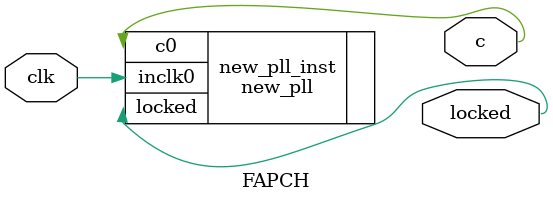
<source format=v>
module FAPCH
	(
		input wire clk,
		output wire c,
		output wire locked
	
	
	);
	
new_pll	new_pll_inst (
	.inclk0 ( clk ),
	.c0 ( c ),
	.locked ( locked )
	);

	
endmodule
	
</source>
